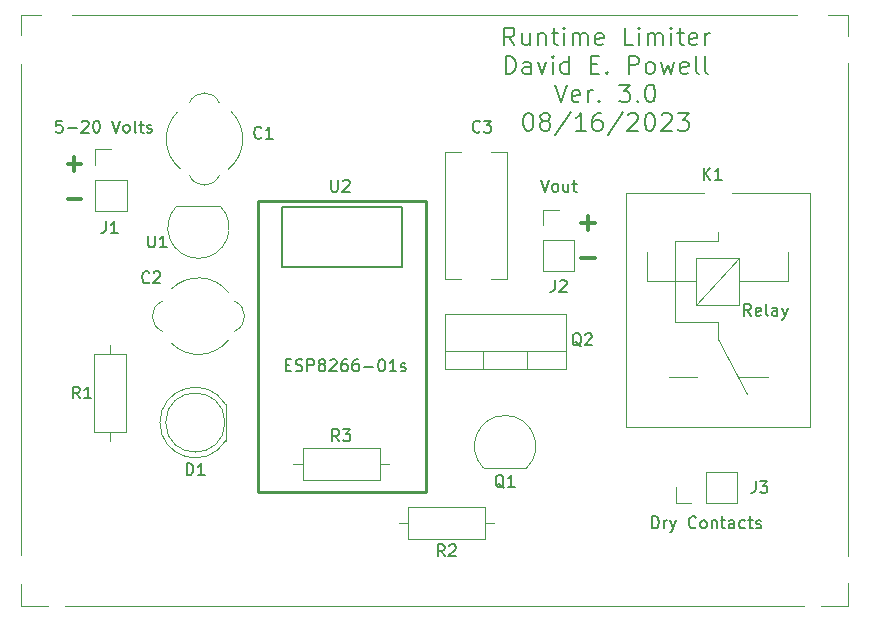
<source format=gbr>
%TF.GenerationSoftware,KiCad,Pcbnew,6.0.11-2627ca5db0~126~ubuntu20.04.1*%
%TF.CreationDate,2023-08-16T11:11:26-05:00*%
%TF.ProjectId,runLimiter,72756e4c-696d-4697-9465-722e6b696361,01*%
%TF.SameCoordinates,Original*%
%TF.FileFunction,Legend,Top*%
%TF.FilePolarity,Positive*%
%FSLAX46Y46*%
G04 Gerber Fmt 4.6, Leading zero omitted, Abs format (unit mm)*
G04 Created by KiCad (PCBNEW 6.0.11-2627ca5db0~126~ubuntu20.04.1) date 2023-08-16 11:11:26*
%MOMM*%
%LPD*%
G01*
G04 APERTURE LIST*
%TA.AperFunction,Profile*%
%ADD10C,0.100000*%
%TD*%
%ADD11C,0.300000*%
%ADD12C,0.200000*%
%ADD13C,0.150000*%
%ADD14C,0.120000*%
%ADD15C,0.254000*%
%ADD16C,0.152400*%
%ADD17C,1.600000*%
%ADD18O,1.600000X1.600000*%
%ADD19C,6.400000*%
%ADD20R,1.700000X1.700000*%
%ADD21O,1.700000X1.700000*%
%ADD22C,3.000000*%
%ADD23C,2.500000*%
%ADD24C,2.000000*%
%ADD25R,1.050000X1.500000*%
%ADD26O,1.050000X1.500000*%
%ADD27R,1.905000X2.000000*%
%ADD28O,1.905000X2.000000*%
%ADD29R,1.800000X1.800000*%
%ADD30C,1.800000*%
%ADD31R,1.727200X1.727200*%
%ADD32O,1.727200X1.727200*%
G04 APERTURE END LIST*
D10*
X0Y0D02*
X70000000Y0D01*
X70000000Y0D02*
X70000000Y-50000000D01*
X70000000Y-50000000D02*
X0Y-50000000D01*
X0Y-50000000D02*
X0Y0D01*
D11*
X47428571Y-17607142D02*
X48571428Y-17607142D01*
X48000000Y-18178571D02*
X48000000Y-17035714D01*
X3928571Y-15607142D02*
X5071428Y-15607142D01*
D12*
X41750000Y-2556071D02*
X41250000Y-1841785D01*
X40892857Y-2556071D02*
X40892857Y-1056071D01*
X41464285Y-1056071D01*
X41607142Y-1127500D01*
X41678571Y-1198928D01*
X41750000Y-1341785D01*
X41750000Y-1556071D01*
X41678571Y-1698928D01*
X41607142Y-1770357D01*
X41464285Y-1841785D01*
X40892857Y-1841785D01*
X43035714Y-1556071D02*
X43035714Y-2556071D01*
X42392857Y-1556071D02*
X42392857Y-2341785D01*
X42464285Y-2484642D01*
X42607142Y-2556071D01*
X42821428Y-2556071D01*
X42964285Y-2484642D01*
X43035714Y-2413214D01*
X43750000Y-1556071D02*
X43750000Y-2556071D01*
X43750000Y-1698928D02*
X43821428Y-1627500D01*
X43964285Y-1556071D01*
X44178571Y-1556071D01*
X44321428Y-1627500D01*
X44392857Y-1770357D01*
X44392857Y-2556071D01*
X44892857Y-1556071D02*
X45464285Y-1556071D01*
X45107142Y-1056071D02*
X45107142Y-2341785D01*
X45178571Y-2484642D01*
X45321428Y-2556071D01*
X45464285Y-2556071D01*
X45964285Y-2556071D02*
X45964285Y-1556071D01*
X45964285Y-1056071D02*
X45892857Y-1127500D01*
X45964285Y-1198928D01*
X46035714Y-1127500D01*
X45964285Y-1056071D01*
X45964285Y-1198928D01*
X46678571Y-2556071D02*
X46678571Y-1556071D01*
X46678571Y-1698928D02*
X46750000Y-1627500D01*
X46892857Y-1556071D01*
X47107142Y-1556071D01*
X47250000Y-1627500D01*
X47321428Y-1770357D01*
X47321428Y-2556071D01*
X47321428Y-1770357D02*
X47392857Y-1627500D01*
X47535714Y-1556071D01*
X47750000Y-1556071D01*
X47892857Y-1627500D01*
X47964285Y-1770357D01*
X47964285Y-2556071D01*
X49250000Y-2484642D02*
X49107142Y-2556071D01*
X48821428Y-2556071D01*
X48678571Y-2484642D01*
X48607142Y-2341785D01*
X48607142Y-1770357D01*
X48678571Y-1627500D01*
X48821428Y-1556071D01*
X49107142Y-1556071D01*
X49250000Y-1627500D01*
X49321428Y-1770357D01*
X49321428Y-1913214D01*
X48607142Y-2056071D01*
X51821428Y-2556071D02*
X51107142Y-2556071D01*
X51107142Y-1056071D01*
X52321428Y-2556071D02*
X52321428Y-1556071D01*
X52321428Y-1056071D02*
X52250000Y-1127500D01*
X52321428Y-1198928D01*
X52392857Y-1127500D01*
X52321428Y-1056071D01*
X52321428Y-1198928D01*
X53035714Y-2556071D02*
X53035714Y-1556071D01*
X53035714Y-1698928D02*
X53107142Y-1627500D01*
X53250000Y-1556071D01*
X53464285Y-1556071D01*
X53607142Y-1627500D01*
X53678571Y-1770357D01*
X53678571Y-2556071D01*
X53678571Y-1770357D02*
X53750000Y-1627500D01*
X53892857Y-1556071D01*
X54107142Y-1556071D01*
X54250000Y-1627500D01*
X54321428Y-1770357D01*
X54321428Y-2556071D01*
X55035714Y-2556071D02*
X55035714Y-1556071D01*
X55035714Y-1056071D02*
X54964285Y-1127500D01*
X55035714Y-1198928D01*
X55107142Y-1127500D01*
X55035714Y-1056071D01*
X55035714Y-1198928D01*
X55535714Y-1556071D02*
X56107142Y-1556071D01*
X55750000Y-1056071D02*
X55750000Y-2341785D01*
X55821428Y-2484642D01*
X55964285Y-2556071D01*
X56107142Y-2556071D01*
X57178571Y-2484642D02*
X57035714Y-2556071D01*
X56750000Y-2556071D01*
X56607142Y-2484642D01*
X56535714Y-2341785D01*
X56535714Y-1770357D01*
X56607142Y-1627500D01*
X56750000Y-1556071D01*
X57035714Y-1556071D01*
X57178571Y-1627500D01*
X57250000Y-1770357D01*
X57250000Y-1913214D01*
X56535714Y-2056071D01*
X57892857Y-2556071D02*
X57892857Y-1556071D01*
X57892857Y-1841785D02*
X57964285Y-1698928D01*
X58035714Y-1627500D01*
X58178571Y-1556071D01*
X58321428Y-1556071D01*
X41000000Y-4971071D02*
X41000000Y-3471071D01*
X41357142Y-3471071D01*
X41571428Y-3542500D01*
X41714285Y-3685357D01*
X41785714Y-3828214D01*
X41857142Y-4113928D01*
X41857142Y-4328214D01*
X41785714Y-4613928D01*
X41714285Y-4756785D01*
X41571428Y-4899642D01*
X41357142Y-4971071D01*
X41000000Y-4971071D01*
X43142857Y-4971071D02*
X43142857Y-4185357D01*
X43071428Y-4042500D01*
X42928571Y-3971071D01*
X42642857Y-3971071D01*
X42500000Y-4042500D01*
X43142857Y-4899642D02*
X43000000Y-4971071D01*
X42642857Y-4971071D01*
X42500000Y-4899642D01*
X42428571Y-4756785D01*
X42428571Y-4613928D01*
X42500000Y-4471071D01*
X42642857Y-4399642D01*
X43000000Y-4399642D01*
X43142857Y-4328214D01*
X43714285Y-3971071D02*
X44071428Y-4971071D01*
X44428571Y-3971071D01*
X45000000Y-4971071D02*
X45000000Y-3971071D01*
X45000000Y-3471071D02*
X44928571Y-3542500D01*
X45000000Y-3613928D01*
X45071428Y-3542500D01*
X45000000Y-3471071D01*
X45000000Y-3613928D01*
X46357142Y-4971071D02*
X46357142Y-3471071D01*
X46357142Y-4899642D02*
X46214285Y-4971071D01*
X45928571Y-4971071D01*
X45785714Y-4899642D01*
X45714285Y-4828214D01*
X45642857Y-4685357D01*
X45642857Y-4256785D01*
X45714285Y-4113928D01*
X45785714Y-4042500D01*
X45928571Y-3971071D01*
X46214285Y-3971071D01*
X46357142Y-4042500D01*
X48214285Y-4185357D02*
X48714285Y-4185357D01*
X48928571Y-4971071D02*
X48214285Y-4971071D01*
X48214285Y-3471071D01*
X48928571Y-3471071D01*
X49571428Y-4828214D02*
X49642857Y-4899642D01*
X49571428Y-4971071D01*
X49500000Y-4899642D01*
X49571428Y-4828214D01*
X49571428Y-4971071D01*
X51428571Y-4971071D02*
X51428571Y-3471071D01*
X52000000Y-3471071D01*
X52142857Y-3542500D01*
X52214285Y-3613928D01*
X52285714Y-3756785D01*
X52285714Y-3971071D01*
X52214285Y-4113928D01*
X52142857Y-4185357D01*
X52000000Y-4256785D01*
X51428571Y-4256785D01*
X53142857Y-4971071D02*
X53000000Y-4899642D01*
X52928571Y-4828214D01*
X52857142Y-4685357D01*
X52857142Y-4256785D01*
X52928571Y-4113928D01*
X53000000Y-4042500D01*
X53142857Y-3971071D01*
X53357142Y-3971071D01*
X53500000Y-4042500D01*
X53571428Y-4113928D01*
X53642857Y-4256785D01*
X53642857Y-4685357D01*
X53571428Y-4828214D01*
X53500000Y-4899642D01*
X53357142Y-4971071D01*
X53142857Y-4971071D01*
X54142857Y-3971071D02*
X54428571Y-4971071D01*
X54714285Y-4256785D01*
X55000000Y-4971071D01*
X55285714Y-3971071D01*
X56428571Y-4899642D02*
X56285714Y-4971071D01*
X56000000Y-4971071D01*
X55857142Y-4899642D01*
X55785714Y-4756785D01*
X55785714Y-4185357D01*
X55857142Y-4042500D01*
X56000000Y-3971071D01*
X56285714Y-3971071D01*
X56428571Y-4042500D01*
X56500000Y-4185357D01*
X56500000Y-4328214D01*
X55785714Y-4471071D01*
X57357142Y-4971071D02*
X57214285Y-4899642D01*
X57142857Y-4756785D01*
X57142857Y-3471071D01*
X58142857Y-4971071D02*
X58000000Y-4899642D01*
X57928571Y-4756785D01*
X57928571Y-3471071D01*
X45178571Y-5886071D02*
X45678571Y-7386071D01*
X46178571Y-5886071D01*
X47250000Y-7314642D02*
X47107142Y-7386071D01*
X46821428Y-7386071D01*
X46678571Y-7314642D01*
X46607142Y-7171785D01*
X46607142Y-6600357D01*
X46678571Y-6457500D01*
X46821428Y-6386071D01*
X47107142Y-6386071D01*
X47250000Y-6457500D01*
X47321428Y-6600357D01*
X47321428Y-6743214D01*
X46607142Y-6886071D01*
X47964285Y-7386071D02*
X47964285Y-6386071D01*
X47964285Y-6671785D02*
X48035714Y-6528928D01*
X48107142Y-6457500D01*
X48250000Y-6386071D01*
X48392857Y-6386071D01*
X48892857Y-7243214D02*
X48964285Y-7314642D01*
X48892857Y-7386071D01*
X48821428Y-7314642D01*
X48892857Y-7243214D01*
X48892857Y-7386071D01*
X50607142Y-5886071D02*
X51535714Y-5886071D01*
X51035714Y-6457500D01*
X51250000Y-6457500D01*
X51392857Y-6528928D01*
X51464285Y-6600357D01*
X51535714Y-6743214D01*
X51535714Y-7100357D01*
X51464285Y-7243214D01*
X51392857Y-7314642D01*
X51250000Y-7386071D01*
X50821428Y-7386071D01*
X50678571Y-7314642D01*
X50607142Y-7243214D01*
X52178571Y-7243214D02*
X52250000Y-7314642D01*
X52178571Y-7386071D01*
X52107142Y-7314642D01*
X52178571Y-7243214D01*
X52178571Y-7386071D01*
X53178571Y-5886071D02*
X53321428Y-5886071D01*
X53464285Y-5957500D01*
X53535714Y-6028928D01*
X53607142Y-6171785D01*
X53678571Y-6457500D01*
X53678571Y-6814642D01*
X53607142Y-7100357D01*
X53535714Y-7243214D01*
X53464285Y-7314642D01*
X53321428Y-7386071D01*
X53178571Y-7386071D01*
X53035714Y-7314642D01*
X52964285Y-7243214D01*
X52892857Y-7100357D01*
X52821428Y-6814642D01*
X52821428Y-6457500D01*
X52892857Y-6171785D01*
X52964285Y-6028928D01*
X53035714Y-5957500D01*
X53178571Y-5886071D01*
X42857142Y-8301071D02*
X43000000Y-8301071D01*
X43142857Y-8372500D01*
X43214285Y-8443928D01*
X43285714Y-8586785D01*
X43357142Y-8872500D01*
X43357142Y-9229642D01*
X43285714Y-9515357D01*
X43214285Y-9658214D01*
X43142857Y-9729642D01*
X43000000Y-9801071D01*
X42857142Y-9801071D01*
X42714285Y-9729642D01*
X42642857Y-9658214D01*
X42571428Y-9515357D01*
X42500000Y-9229642D01*
X42500000Y-8872500D01*
X42571428Y-8586785D01*
X42642857Y-8443928D01*
X42714285Y-8372500D01*
X42857142Y-8301071D01*
X44214285Y-8943928D02*
X44071428Y-8872500D01*
X44000000Y-8801071D01*
X43928571Y-8658214D01*
X43928571Y-8586785D01*
X44000000Y-8443928D01*
X44071428Y-8372500D01*
X44214285Y-8301071D01*
X44500000Y-8301071D01*
X44642857Y-8372500D01*
X44714285Y-8443928D01*
X44785714Y-8586785D01*
X44785714Y-8658214D01*
X44714285Y-8801071D01*
X44642857Y-8872500D01*
X44500000Y-8943928D01*
X44214285Y-8943928D01*
X44071428Y-9015357D01*
X44000000Y-9086785D01*
X43928571Y-9229642D01*
X43928571Y-9515357D01*
X44000000Y-9658214D01*
X44071428Y-9729642D01*
X44214285Y-9801071D01*
X44500000Y-9801071D01*
X44642857Y-9729642D01*
X44714285Y-9658214D01*
X44785714Y-9515357D01*
X44785714Y-9229642D01*
X44714285Y-9086785D01*
X44642857Y-9015357D01*
X44500000Y-8943928D01*
X46500000Y-8229642D02*
X45214285Y-10158214D01*
X47785714Y-9801071D02*
X46928571Y-9801071D01*
X47357142Y-9801071D02*
X47357142Y-8301071D01*
X47214285Y-8515357D01*
X47071428Y-8658214D01*
X46928571Y-8729642D01*
X49071428Y-8301071D02*
X48785714Y-8301071D01*
X48642857Y-8372500D01*
X48571428Y-8443928D01*
X48428571Y-8658214D01*
X48357142Y-8943928D01*
X48357142Y-9515357D01*
X48428571Y-9658214D01*
X48500000Y-9729642D01*
X48642857Y-9801071D01*
X48928571Y-9801071D01*
X49071428Y-9729642D01*
X49142857Y-9658214D01*
X49214285Y-9515357D01*
X49214285Y-9158214D01*
X49142857Y-9015357D01*
X49071428Y-8943928D01*
X48928571Y-8872500D01*
X48642857Y-8872500D01*
X48500000Y-8943928D01*
X48428571Y-9015357D01*
X48357142Y-9158214D01*
X50928571Y-8229642D02*
X49642857Y-10158214D01*
X51357142Y-8443928D02*
X51428571Y-8372500D01*
X51571428Y-8301071D01*
X51928571Y-8301071D01*
X52071428Y-8372500D01*
X52142857Y-8443928D01*
X52214285Y-8586785D01*
X52214285Y-8729642D01*
X52142857Y-8943928D01*
X51285714Y-9801071D01*
X52214285Y-9801071D01*
X53142857Y-8301071D02*
X53285714Y-8301071D01*
X53428571Y-8372500D01*
X53500000Y-8443928D01*
X53571428Y-8586785D01*
X53642857Y-8872500D01*
X53642857Y-9229642D01*
X53571428Y-9515357D01*
X53500000Y-9658214D01*
X53428571Y-9729642D01*
X53285714Y-9801071D01*
X53142857Y-9801071D01*
X53000000Y-9729642D01*
X52928571Y-9658214D01*
X52857142Y-9515357D01*
X52785714Y-9229642D01*
X52785714Y-8872500D01*
X52857142Y-8586785D01*
X52928571Y-8443928D01*
X53000000Y-8372500D01*
X53142857Y-8301071D01*
X54214285Y-8443928D02*
X54285714Y-8372500D01*
X54428571Y-8301071D01*
X54785714Y-8301071D01*
X54928571Y-8372500D01*
X55000000Y-8443928D01*
X55071428Y-8586785D01*
X55071428Y-8729642D01*
X55000000Y-8943928D01*
X54142857Y-9801071D01*
X55071428Y-9801071D01*
X55571428Y-8301071D02*
X56500000Y-8301071D01*
X56000000Y-8872500D01*
X56214285Y-8872500D01*
X56357142Y-8943928D01*
X56428571Y-9015357D01*
X56500000Y-9158214D01*
X56500000Y-9515357D01*
X56428571Y-9658214D01*
X56357142Y-9729642D01*
X56214285Y-9801071D01*
X55785714Y-9801071D01*
X55642857Y-9729642D01*
X55571428Y-9658214D01*
D11*
X3928571Y-12607142D02*
X5071428Y-12607142D01*
X4500000Y-13178571D02*
X4500000Y-12035714D01*
X47428571Y-20607142D02*
X48571428Y-20607142D01*
D13*
%TO.C,R3*%
X26913333Y-36082380D02*
X26580000Y-35606190D01*
X26341904Y-36082380D02*
X26341904Y-35082380D01*
X26722857Y-35082380D01*
X26818095Y-35130000D01*
X26865714Y-35177619D01*
X26913333Y-35272857D01*
X26913333Y-35415714D01*
X26865714Y-35510952D01*
X26818095Y-35558571D01*
X26722857Y-35606190D01*
X26341904Y-35606190D01*
X27246666Y-35082380D02*
X27865714Y-35082380D01*
X27532380Y-35463333D01*
X27675238Y-35463333D01*
X27770476Y-35510952D01*
X27818095Y-35558571D01*
X27865714Y-35653809D01*
X27865714Y-35891904D01*
X27818095Y-35987142D01*
X27770476Y-36034761D01*
X27675238Y-36082380D01*
X27389523Y-36082380D01*
X27294285Y-36034761D01*
X27246666Y-35987142D01*
%TO.C,J3*%
X62166666Y-39452380D02*
X62166666Y-40166666D01*
X62119047Y-40309523D01*
X62023809Y-40404761D01*
X61880952Y-40452380D01*
X61785714Y-40452380D01*
X62547619Y-39452380D02*
X63166666Y-39452380D01*
X62833333Y-39833333D01*
X62976190Y-39833333D01*
X63071428Y-39880952D01*
X63119047Y-39928571D01*
X63166666Y-40023809D01*
X63166666Y-40261904D01*
X63119047Y-40357142D01*
X63071428Y-40404761D01*
X62976190Y-40452380D01*
X62690476Y-40452380D01*
X62595238Y-40404761D01*
X62547619Y-40357142D01*
X53404761Y-43452380D02*
X53404761Y-42452380D01*
X53642857Y-42452380D01*
X53785714Y-42500000D01*
X53880952Y-42595238D01*
X53928571Y-42690476D01*
X53976190Y-42880952D01*
X53976190Y-43023809D01*
X53928571Y-43214285D01*
X53880952Y-43309523D01*
X53785714Y-43404761D01*
X53642857Y-43452380D01*
X53404761Y-43452380D01*
X54404761Y-43452380D02*
X54404761Y-42785714D01*
X54404761Y-42976190D02*
X54452380Y-42880952D01*
X54500000Y-42833333D01*
X54595238Y-42785714D01*
X54690476Y-42785714D01*
X54928571Y-42785714D02*
X55166666Y-43452380D01*
X55404761Y-42785714D02*
X55166666Y-43452380D01*
X55071428Y-43690476D01*
X55023809Y-43738095D01*
X54928571Y-43785714D01*
X57119047Y-43357142D02*
X57071428Y-43404761D01*
X56928571Y-43452380D01*
X56833333Y-43452380D01*
X56690476Y-43404761D01*
X56595238Y-43309523D01*
X56547619Y-43214285D01*
X56500000Y-43023809D01*
X56500000Y-42880952D01*
X56547619Y-42690476D01*
X56595238Y-42595238D01*
X56690476Y-42500000D01*
X56833333Y-42452380D01*
X56928571Y-42452380D01*
X57071428Y-42500000D01*
X57119047Y-42547619D01*
X57690476Y-43452380D02*
X57595238Y-43404761D01*
X57547619Y-43357142D01*
X57500000Y-43261904D01*
X57500000Y-42976190D01*
X57547619Y-42880952D01*
X57595238Y-42833333D01*
X57690476Y-42785714D01*
X57833333Y-42785714D01*
X57928571Y-42833333D01*
X57976190Y-42880952D01*
X58023809Y-42976190D01*
X58023809Y-43261904D01*
X57976190Y-43357142D01*
X57928571Y-43404761D01*
X57833333Y-43452380D01*
X57690476Y-43452380D01*
X58452380Y-42785714D02*
X58452380Y-43452380D01*
X58452380Y-42880952D02*
X58500000Y-42833333D01*
X58595238Y-42785714D01*
X58738095Y-42785714D01*
X58833333Y-42833333D01*
X58880952Y-42928571D01*
X58880952Y-43452380D01*
X59214285Y-42785714D02*
X59595238Y-42785714D01*
X59357142Y-42452380D02*
X59357142Y-43309523D01*
X59404761Y-43404761D01*
X59500000Y-43452380D01*
X59595238Y-43452380D01*
X60357142Y-43452380D02*
X60357142Y-42928571D01*
X60309523Y-42833333D01*
X60214285Y-42785714D01*
X60023809Y-42785714D01*
X59928571Y-42833333D01*
X60357142Y-43404761D02*
X60261904Y-43452380D01*
X60023809Y-43452380D01*
X59928571Y-43404761D01*
X59880952Y-43309523D01*
X59880952Y-43214285D01*
X59928571Y-43119047D01*
X60023809Y-43071428D01*
X60261904Y-43071428D01*
X60357142Y-43023809D01*
X61261904Y-43404761D02*
X61166666Y-43452380D01*
X60976190Y-43452380D01*
X60880952Y-43404761D01*
X60833333Y-43357142D01*
X60785714Y-43261904D01*
X60785714Y-42976190D01*
X60833333Y-42880952D01*
X60880952Y-42833333D01*
X60976190Y-42785714D01*
X61166666Y-42785714D01*
X61261904Y-42833333D01*
X61547619Y-42785714D02*
X61928571Y-42785714D01*
X61690476Y-42452380D02*
X61690476Y-43309523D01*
X61738095Y-43404761D01*
X61833333Y-43452380D01*
X61928571Y-43452380D01*
X62214285Y-43404761D02*
X62309523Y-43452380D01*
X62500000Y-43452380D01*
X62595238Y-43404761D01*
X62642857Y-43309523D01*
X62642857Y-43261904D01*
X62595238Y-43166666D01*
X62500000Y-43119047D01*
X62357142Y-43119047D01*
X62261904Y-43071428D01*
X62214285Y-42976190D01*
X62214285Y-42928571D01*
X62261904Y-42833333D01*
X62357142Y-42785714D01*
X62500000Y-42785714D01*
X62595238Y-42833333D01*
%TO.C,K1*%
X57761904Y-13952380D02*
X57761904Y-12952380D01*
X58333333Y-13952380D02*
X57904761Y-13380952D01*
X58333333Y-12952380D02*
X57761904Y-13523809D01*
X59285714Y-13952380D02*
X58714285Y-13952380D01*
X59000000Y-13952380D02*
X59000000Y-12952380D01*
X58904761Y-13095238D01*
X58809523Y-13190476D01*
X58714285Y-13238095D01*
X61785714Y-25452380D02*
X61452380Y-24976190D01*
X61214285Y-25452380D02*
X61214285Y-24452380D01*
X61595238Y-24452380D01*
X61690476Y-24500000D01*
X61738095Y-24547619D01*
X61785714Y-24642857D01*
X61785714Y-24785714D01*
X61738095Y-24880952D01*
X61690476Y-24928571D01*
X61595238Y-24976190D01*
X61214285Y-24976190D01*
X62595238Y-25404761D02*
X62500000Y-25452380D01*
X62309523Y-25452380D01*
X62214285Y-25404761D01*
X62166666Y-25309523D01*
X62166666Y-24928571D01*
X62214285Y-24833333D01*
X62309523Y-24785714D01*
X62500000Y-24785714D01*
X62595238Y-24833333D01*
X62642857Y-24928571D01*
X62642857Y-25023809D01*
X62166666Y-25119047D01*
X63214285Y-25452380D02*
X63119047Y-25404761D01*
X63071428Y-25309523D01*
X63071428Y-24452380D01*
X64023809Y-25452380D02*
X64023809Y-24928571D01*
X63976190Y-24833333D01*
X63880952Y-24785714D01*
X63690476Y-24785714D01*
X63595238Y-24833333D01*
X64023809Y-25404761D02*
X63928571Y-25452380D01*
X63690476Y-25452380D01*
X63595238Y-25404761D01*
X63547619Y-25309523D01*
X63547619Y-25214285D01*
X63595238Y-25119047D01*
X63690476Y-25071428D01*
X63928571Y-25071428D01*
X64023809Y-25023809D01*
X64404761Y-24785714D02*
X64642857Y-25452380D01*
X64880952Y-24785714D02*
X64642857Y-25452380D01*
X64547619Y-25690476D01*
X64500000Y-25738095D01*
X64404761Y-25785714D01*
%TO.C,J1*%
X7166666Y-17452380D02*
X7166666Y-18166666D01*
X7119047Y-18309523D01*
X7023809Y-18404761D01*
X6880952Y-18452380D01*
X6785714Y-18452380D01*
X8166666Y-18452380D02*
X7595238Y-18452380D01*
X7880952Y-18452380D02*
X7880952Y-17452380D01*
X7785714Y-17595238D01*
X7690476Y-17690476D01*
X7595238Y-17738095D01*
X3452380Y-8952380D02*
X2976190Y-8952380D01*
X2928571Y-9428571D01*
X2976190Y-9380952D01*
X3071428Y-9333333D01*
X3309523Y-9333333D01*
X3404761Y-9380952D01*
X3452380Y-9428571D01*
X3500000Y-9523809D01*
X3500000Y-9761904D01*
X3452380Y-9857142D01*
X3404761Y-9904761D01*
X3309523Y-9952380D01*
X3071428Y-9952380D01*
X2976190Y-9904761D01*
X2928571Y-9857142D01*
X3928571Y-9571428D02*
X4690476Y-9571428D01*
X5119047Y-9047619D02*
X5166666Y-9000000D01*
X5261904Y-8952380D01*
X5500000Y-8952380D01*
X5595238Y-9000000D01*
X5642857Y-9047619D01*
X5690476Y-9142857D01*
X5690476Y-9238095D01*
X5642857Y-9380952D01*
X5071428Y-9952380D01*
X5690476Y-9952380D01*
X6309523Y-8952380D02*
X6404761Y-8952380D01*
X6500000Y-9000000D01*
X6547619Y-9047619D01*
X6595238Y-9142857D01*
X6642857Y-9333333D01*
X6642857Y-9571428D01*
X6595238Y-9761904D01*
X6547619Y-9857142D01*
X6500000Y-9904761D01*
X6404761Y-9952380D01*
X6309523Y-9952380D01*
X6214285Y-9904761D01*
X6166666Y-9857142D01*
X6119047Y-9761904D01*
X6071428Y-9571428D01*
X6071428Y-9333333D01*
X6119047Y-9142857D01*
X6166666Y-9047619D01*
X6214285Y-9000000D01*
X6309523Y-8952380D01*
X7690476Y-8952380D02*
X8023809Y-9952380D01*
X8357142Y-8952380D01*
X8833333Y-9952380D02*
X8738095Y-9904761D01*
X8690476Y-9857142D01*
X8642857Y-9761904D01*
X8642857Y-9476190D01*
X8690476Y-9380952D01*
X8738095Y-9333333D01*
X8833333Y-9285714D01*
X8976190Y-9285714D01*
X9071428Y-9333333D01*
X9119047Y-9380952D01*
X9166666Y-9476190D01*
X9166666Y-9761904D01*
X9119047Y-9857142D01*
X9071428Y-9904761D01*
X8976190Y-9952380D01*
X8833333Y-9952380D01*
X9738095Y-9952380D02*
X9642857Y-9904761D01*
X9595238Y-9809523D01*
X9595238Y-8952380D01*
X9976190Y-9285714D02*
X10357142Y-9285714D01*
X10119047Y-8952380D02*
X10119047Y-9809523D01*
X10166666Y-9904761D01*
X10261904Y-9952380D01*
X10357142Y-9952380D01*
X10642857Y-9904761D02*
X10738095Y-9952380D01*
X10928571Y-9952380D01*
X11023809Y-9904761D01*
X11071428Y-9809523D01*
X11071428Y-9761904D01*
X11023809Y-9666666D01*
X10928571Y-9619047D01*
X10785714Y-9619047D01*
X10690476Y-9571428D01*
X10642857Y-9476190D01*
X10642857Y-9428571D01*
X10690476Y-9333333D01*
X10785714Y-9285714D01*
X10928571Y-9285714D01*
X11023809Y-9333333D01*
%TO.C,J2*%
X45166666Y-22452380D02*
X45166666Y-23166666D01*
X45119047Y-23309523D01*
X45023809Y-23404761D01*
X44880952Y-23452380D01*
X44785714Y-23452380D01*
X45595238Y-22547619D02*
X45642857Y-22500000D01*
X45738095Y-22452380D01*
X45976190Y-22452380D01*
X46071428Y-22500000D01*
X46119047Y-22547619D01*
X46166666Y-22642857D01*
X46166666Y-22738095D01*
X46119047Y-22880952D01*
X45547619Y-23452380D01*
X46166666Y-23452380D01*
X43976190Y-13952380D02*
X44309523Y-14952380D01*
X44642857Y-13952380D01*
X45119047Y-14952380D02*
X45023809Y-14904761D01*
X44976190Y-14857142D01*
X44928571Y-14761904D01*
X44928571Y-14476190D01*
X44976190Y-14380952D01*
X45023809Y-14333333D01*
X45119047Y-14285714D01*
X45261904Y-14285714D01*
X45357142Y-14333333D01*
X45404761Y-14380952D01*
X45452380Y-14476190D01*
X45452380Y-14761904D01*
X45404761Y-14857142D01*
X45357142Y-14904761D01*
X45261904Y-14952380D01*
X45119047Y-14952380D01*
X46309523Y-14285714D02*
X46309523Y-14952380D01*
X45880952Y-14285714D02*
X45880952Y-14809523D01*
X45928571Y-14904761D01*
X46023809Y-14952380D01*
X46166666Y-14952380D01*
X46261904Y-14904761D01*
X46309523Y-14857142D01*
X46642857Y-14285714D02*
X47023809Y-14285714D01*
X46785714Y-13952380D02*
X46785714Y-14809523D01*
X46833333Y-14904761D01*
X46928571Y-14952380D01*
X47023809Y-14952380D01*
%TO.C,C2*%
X10833333Y-22609332D02*
X10785714Y-22656951D01*
X10642857Y-22704570D01*
X10547619Y-22704570D01*
X10404761Y-22656951D01*
X10309523Y-22561713D01*
X10261904Y-22466475D01*
X10214285Y-22275999D01*
X10214285Y-22133142D01*
X10261904Y-21942666D01*
X10309523Y-21847428D01*
X10404761Y-21752190D01*
X10547619Y-21704570D01*
X10642857Y-21704570D01*
X10785714Y-21752190D01*
X10833333Y-21799809D01*
X11214285Y-21799809D02*
X11261904Y-21752190D01*
X11357142Y-21704570D01*
X11595238Y-21704570D01*
X11690476Y-21752190D01*
X11738095Y-21799809D01*
X11785714Y-21895047D01*
X11785714Y-21990285D01*
X11738095Y-22133142D01*
X11166666Y-22704570D01*
X11785714Y-22704570D01*
%TO.C,R1*%
X4963333Y-32452380D02*
X4630000Y-31976190D01*
X4391904Y-32452380D02*
X4391904Y-31452380D01*
X4772857Y-31452380D01*
X4868095Y-31500000D01*
X4915714Y-31547619D01*
X4963333Y-31642857D01*
X4963333Y-31785714D01*
X4915714Y-31880952D01*
X4868095Y-31928571D01*
X4772857Y-31976190D01*
X4391904Y-31976190D01*
X5915714Y-32452380D02*
X5344285Y-32452380D01*
X5630000Y-32452380D02*
X5630000Y-31452380D01*
X5534761Y-31595238D01*
X5439523Y-31690476D01*
X5344285Y-31738095D01*
%TO.C,U1*%
X10738095Y-18672380D02*
X10738095Y-19481904D01*
X10785714Y-19577142D01*
X10833333Y-19624761D01*
X10928571Y-19672380D01*
X11119047Y-19672380D01*
X11214285Y-19624761D01*
X11261904Y-19577142D01*
X11309523Y-19481904D01*
X11309523Y-18672380D01*
X12309523Y-19672380D02*
X11738095Y-19672380D01*
X12023809Y-19672380D02*
X12023809Y-18672380D01*
X11928571Y-18815238D01*
X11833333Y-18910476D01*
X11738095Y-18958095D01*
%TO.C,R2*%
X35833333Y-45822380D02*
X35500000Y-45346190D01*
X35261904Y-45822380D02*
X35261904Y-44822380D01*
X35642857Y-44822380D01*
X35738095Y-44870000D01*
X35785714Y-44917619D01*
X35833333Y-45012857D01*
X35833333Y-45155714D01*
X35785714Y-45250952D01*
X35738095Y-45298571D01*
X35642857Y-45346190D01*
X35261904Y-45346190D01*
X36214285Y-44917619D02*
X36261904Y-44870000D01*
X36357142Y-44822380D01*
X36595238Y-44822380D01*
X36690476Y-44870000D01*
X36738095Y-44917619D01*
X36785714Y-45012857D01*
X36785714Y-45108095D01*
X36738095Y-45250952D01*
X36166666Y-45822380D01*
X36785714Y-45822380D01*
%TO.C,Q2*%
X47404761Y-28047619D02*
X47309523Y-28000000D01*
X47214285Y-27904761D01*
X47071428Y-27761904D01*
X46976190Y-27714285D01*
X46880952Y-27714285D01*
X46928571Y-27952380D02*
X46833333Y-27904761D01*
X46738095Y-27809523D01*
X46690476Y-27619047D01*
X46690476Y-27285714D01*
X46738095Y-27095238D01*
X46833333Y-27000000D01*
X46928571Y-26952380D01*
X47119047Y-26952380D01*
X47214285Y-27000000D01*
X47309523Y-27095238D01*
X47357142Y-27285714D01*
X47357142Y-27619047D01*
X47309523Y-27809523D01*
X47214285Y-27904761D01*
X47119047Y-27952380D01*
X46928571Y-27952380D01*
X47738095Y-27047619D02*
X47785714Y-27000000D01*
X47880952Y-26952380D01*
X48119047Y-26952380D01*
X48214285Y-27000000D01*
X48261904Y-27047619D01*
X48309523Y-27142857D01*
X48309523Y-27238095D01*
X48261904Y-27380952D01*
X47690476Y-27952380D01*
X48309523Y-27952380D01*
%TO.C,D1*%
X13991904Y-38952380D02*
X13991904Y-37952380D01*
X14230000Y-37952380D01*
X14372857Y-38000000D01*
X14468095Y-38095238D01*
X14515714Y-38190476D01*
X14563333Y-38380952D01*
X14563333Y-38523809D01*
X14515714Y-38714285D01*
X14468095Y-38809523D01*
X14372857Y-38904761D01*
X14230000Y-38952380D01*
X13991904Y-38952380D01*
X15515714Y-38952380D02*
X14944285Y-38952380D01*
X15230000Y-38952380D02*
X15230000Y-37952380D01*
X15134761Y-38095238D01*
X15039523Y-38190476D01*
X14944285Y-38238095D01*
%TO.C,C3*%
X38833333Y-9857142D02*
X38785714Y-9904761D01*
X38642857Y-9952380D01*
X38547619Y-9952380D01*
X38404761Y-9904761D01*
X38309523Y-9809523D01*
X38261904Y-9714285D01*
X38214285Y-9523809D01*
X38214285Y-9380952D01*
X38261904Y-9190476D01*
X38309523Y-9095238D01*
X38404761Y-9000000D01*
X38547619Y-8952380D01*
X38642857Y-8952380D01*
X38785714Y-9000000D01*
X38833333Y-9047619D01*
X39166666Y-8952380D02*
X39785714Y-8952380D01*
X39452380Y-9333333D01*
X39595238Y-9333333D01*
X39690476Y-9380952D01*
X39738095Y-9428571D01*
X39785714Y-9523809D01*
X39785714Y-9761904D01*
X39738095Y-9857142D01*
X39690476Y-9904761D01*
X39595238Y-9952380D01*
X39309523Y-9952380D01*
X39214285Y-9904761D01*
X39166666Y-9857142D01*
%TO.C,U2*%
X26238095Y-13952380D02*
X26238095Y-14761904D01*
X26285714Y-14857142D01*
X26333333Y-14904761D01*
X26428571Y-14952380D01*
X26619047Y-14952380D01*
X26714285Y-14904761D01*
X26761904Y-14857142D01*
X26809523Y-14761904D01*
X26809523Y-13952380D01*
X27238095Y-14047619D02*
X27285714Y-14000000D01*
X27380952Y-13952380D01*
X27619047Y-13952380D01*
X27714285Y-14000000D01*
X27761904Y-14047619D01*
X27809523Y-14142857D01*
X27809523Y-14238095D01*
X27761904Y-14380952D01*
X27190476Y-14952380D01*
X27809523Y-14952380D01*
X22372571Y-29620571D02*
X22705904Y-29620571D01*
X22848761Y-30144380D02*
X22372571Y-30144380D01*
X22372571Y-29144380D01*
X22848761Y-29144380D01*
X23229714Y-30096761D02*
X23372571Y-30144380D01*
X23610666Y-30144380D01*
X23705904Y-30096761D01*
X23753523Y-30049142D01*
X23801142Y-29953904D01*
X23801142Y-29858666D01*
X23753523Y-29763428D01*
X23705904Y-29715809D01*
X23610666Y-29668190D01*
X23420190Y-29620571D01*
X23324952Y-29572952D01*
X23277333Y-29525333D01*
X23229714Y-29430095D01*
X23229714Y-29334857D01*
X23277333Y-29239619D01*
X23324952Y-29192000D01*
X23420190Y-29144380D01*
X23658285Y-29144380D01*
X23801142Y-29192000D01*
X24229714Y-30144380D02*
X24229714Y-29144380D01*
X24610666Y-29144380D01*
X24705904Y-29192000D01*
X24753523Y-29239619D01*
X24801142Y-29334857D01*
X24801142Y-29477714D01*
X24753523Y-29572952D01*
X24705904Y-29620571D01*
X24610666Y-29668190D01*
X24229714Y-29668190D01*
X25372571Y-29572952D02*
X25277333Y-29525333D01*
X25229714Y-29477714D01*
X25182095Y-29382476D01*
X25182095Y-29334857D01*
X25229714Y-29239619D01*
X25277333Y-29192000D01*
X25372571Y-29144380D01*
X25563047Y-29144380D01*
X25658285Y-29192000D01*
X25705904Y-29239619D01*
X25753523Y-29334857D01*
X25753523Y-29382476D01*
X25705904Y-29477714D01*
X25658285Y-29525333D01*
X25563047Y-29572952D01*
X25372571Y-29572952D01*
X25277333Y-29620571D01*
X25229714Y-29668190D01*
X25182095Y-29763428D01*
X25182095Y-29953904D01*
X25229714Y-30049142D01*
X25277333Y-30096761D01*
X25372571Y-30144380D01*
X25563047Y-30144380D01*
X25658285Y-30096761D01*
X25705904Y-30049142D01*
X25753523Y-29953904D01*
X25753523Y-29763428D01*
X25705904Y-29668190D01*
X25658285Y-29620571D01*
X25563047Y-29572952D01*
X26134476Y-29239619D02*
X26182095Y-29192000D01*
X26277333Y-29144380D01*
X26515428Y-29144380D01*
X26610666Y-29192000D01*
X26658285Y-29239619D01*
X26705904Y-29334857D01*
X26705904Y-29430095D01*
X26658285Y-29572952D01*
X26086857Y-30144380D01*
X26705904Y-30144380D01*
X27563047Y-29144380D02*
X27372571Y-29144380D01*
X27277333Y-29192000D01*
X27229714Y-29239619D01*
X27134476Y-29382476D01*
X27086857Y-29572952D01*
X27086857Y-29953904D01*
X27134476Y-30049142D01*
X27182095Y-30096761D01*
X27277333Y-30144380D01*
X27467809Y-30144380D01*
X27563047Y-30096761D01*
X27610666Y-30049142D01*
X27658285Y-29953904D01*
X27658285Y-29715809D01*
X27610666Y-29620571D01*
X27563047Y-29572952D01*
X27467809Y-29525333D01*
X27277333Y-29525333D01*
X27182095Y-29572952D01*
X27134476Y-29620571D01*
X27086857Y-29715809D01*
X28515428Y-29144380D02*
X28324952Y-29144380D01*
X28229714Y-29192000D01*
X28182095Y-29239619D01*
X28086857Y-29382476D01*
X28039238Y-29572952D01*
X28039238Y-29953904D01*
X28086857Y-30049142D01*
X28134476Y-30096761D01*
X28229714Y-30144380D01*
X28420190Y-30144380D01*
X28515428Y-30096761D01*
X28563047Y-30049142D01*
X28610666Y-29953904D01*
X28610666Y-29715809D01*
X28563047Y-29620571D01*
X28515428Y-29572952D01*
X28420190Y-29525333D01*
X28229714Y-29525333D01*
X28134476Y-29572952D01*
X28086857Y-29620571D01*
X28039238Y-29715809D01*
X29039238Y-29763428D02*
X29801142Y-29763428D01*
X30467809Y-29144380D02*
X30563047Y-29144380D01*
X30658285Y-29192000D01*
X30705904Y-29239619D01*
X30753523Y-29334857D01*
X30801142Y-29525333D01*
X30801142Y-29763428D01*
X30753523Y-29953904D01*
X30705904Y-30049142D01*
X30658285Y-30096761D01*
X30563047Y-30144380D01*
X30467809Y-30144380D01*
X30372571Y-30096761D01*
X30324952Y-30049142D01*
X30277333Y-29953904D01*
X30229714Y-29763428D01*
X30229714Y-29525333D01*
X30277333Y-29334857D01*
X30324952Y-29239619D01*
X30372571Y-29192000D01*
X30467809Y-29144380D01*
X31753523Y-30144380D02*
X31182095Y-30144380D01*
X31467809Y-30144380D02*
X31467809Y-29144380D01*
X31372571Y-29287238D01*
X31277333Y-29382476D01*
X31182095Y-29430095D01*
X32134476Y-30096761D02*
X32229714Y-30144380D01*
X32420190Y-30144380D01*
X32515428Y-30096761D01*
X32563047Y-30001523D01*
X32563047Y-29953904D01*
X32515428Y-29858666D01*
X32420190Y-29811047D01*
X32277333Y-29811047D01*
X32182095Y-29763428D01*
X32134476Y-29668190D01*
X32134476Y-29620571D01*
X32182095Y-29525333D01*
X32277333Y-29477714D01*
X32420190Y-29477714D01*
X32515428Y-29525333D01*
%TO.C,Q1*%
X40864761Y-40047619D02*
X40769523Y-40000000D01*
X40674285Y-39904761D01*
X40531428Y-39761904D01*
X40436190Y-39714285D01*
X40340952Y-39714285D01*
X40388571Y-39952380D02*
X40293333Y-39904761D01*
X40198095Y-39809523D01*
X40150476Y-39619047D01*
X40150476Y-39285714D01*
X40198095Y-39095238D01*
X40293333Y-39000000D01*
X40388571Y-38952380D01*
X40579047Y-38952380D01*
X40674285Y-39000000D01*
X40769523Y-39095238D01*
X40817142Y-39285714D01*
X40817142Y-39619047D01*
X40769523Y-39809523D01*
X40674285Y-39904761D01*
X40579047Y-39952380D01*
X40388571Y-39952380D01*
X41769523Y-39952380D02*
X41198095Y-39952380D01*
X41483809Y-39952380D02*
X41483809Y-38952380D01*
X41388571Y-39095238D01*
X41293333Y-39190476D01*
X41198095Y-39238095D01*
%TO.C,C1*%
X20333333Y-10357142D02*
X20285714Y-10404761D01*
X20142857Y-10452380D01*
X20047619Y-10452380D01*
X19904761Y-10404761D01*
X19809523Y-10309523D01*
X19761904Y-10214285D01*
X19714285Y-10023809D01*
X19714285Y-9880952D01*
X19761904Y-9690476D01*
X19809523Y-9595238D01*
X19904761Y-9500000D01*
X20047619Y-9452380D01*
X20142857Y-9452380D01*
X20285714Y-9500000D01*
X20333333Y-9547619D01*
X21285714Y-10452380D02*
X20714285Y-10452380D01*
X21000000Y-10452380D02*
X21000000Y-9452380D01*
X20904761Y-9595238D01*
X20809523Y-9690476D01*
X20714285Y-9738095D01*
D14*
%TO.C,R3*%
X31120000Y-38000000D02*
X30350000Y-38000000D01*
X23040000Y-38000000D02*
X23810000Y-38000000D01*
X23810000Y-36630000D02*
X23810000Y-39370000D01*
X30350000Y-39370000D02*
X30350000Y-36630000D01*
X23810000Y-39370000D02*
X30350000Y-39370000D01*
X30350000Y-36630000D02*
X23810000Y-36630000D01*
%TO.C,J3*%
X60595000Y-41330000D02*
X60595000Y-38670000D01*
X57995000Y-41330000D02*
X60595000Y-41330000D01*
X57995000Y-41330000D02*
X57995000Y-38670000D01*
X56725000Y-41330000D02*
X55395000Y-41330000D01*
X57995000Y-38670000D02*
X60595000Y-38670000D01*
X55395000Y-41330000D02*
X55395000Y-40000000D01*
%TO.C,K1*%
X64950000Y-22550000D02*
X64950000Y-20050000D01*
X54800000Y-30650000D02*
X57250000Y-30650000D01*
X58950000Y-27450000D02*
X61450000Y-32050000D01*
X58950000Y-19150000D02*
X58950000Y-18350000D01*
X58950000Y-25950000D02*
X55350000Y-25950000D01*
X52950000Y-20050000D02*
X52950000Y-22550000D01*
X57150000Y-24550000D02*
X57150000Y-20550000D01*
X57150000Y-22550000D02*
X52950000Y-22550000D01*
X60750000Y-20550000D02*
X60750000Y-24550000D01*
X58950000Y-19150000D02*
X55350000Y-19150000D01*
X66800000Y-34900000D02*
X51200000Y-34900000D01*
X57800000Y-15100000D02*
X51200000Y-15100000D01*
X66800000Y-15100000D02*
X60200000Y-15100000D01*
X66800000Y-15100000D02*
X66800000Y-34900000D01*
X64950000Y-22550000D02*
X60750000Y-22550000D01*
X60750000Y-24550000D02*
X57150000Y-24550000D01*
X57150000Y-24550000D02*
X60750000Y-20550000D01*
X58950000Y-25950000D02*
X58950000Y-27450000D01*
X51200000Y-34900000D02*
X51200000Y-15100000D01*
X57150000Y-20550000D02*
X60750000Y-20550000D01*
X63200000Y-30650000D02*
X60700000Y-30650000D01*
X55350000Y-25950000D02*
X55350000Y-19150000D01*
%TO.C,J1*%
X8920000Y-13970000D02*
X8920000Y-16570000D01*
X6260000Y-12700000D02*
X6260000Y-11370000D01*
X6260000Y-16570000D02*
X8920000Y-16570000D01*
X6260000Y-13970000D02*
X6260000Y-16570000D01*
X6260000Y-13970000D02*
X8920000Y-13970000D01*
X6260000Y-11370000D02*
X7590000Y-11370000D01*
%TO.C,J2*%
X44170000Y-21670000D02*
X46830000Y-21670000D01*
X44170000Y-16470000D02*
X45500000Y-16470000D01*
X44170000Y-19070000D02*
X44170000Y-21670000D01*
X44170000Y-17800000D02*
X44170000Y-16470000D01*
X46830000Y-19070000D02*
X46830000Y-21670000D01*
X44170000Y-19070000D02*
X46830000Y-19070000D01*
%TO.C,C2*%
X17540000Y-23468000D02*
G75*
G03*
X12699932Y-23199932I-2540000J-2032000D01*
G01*
X12713999Y-27786001D02*
G75*
G03*
X17524465Y-27519572I2286001J2286001D01*
G01*
X11952000Y-24230000D02*
G75*
G03*
X11952000Y-26770000I508000J-1270000D01*
G01*
X18048000Y-26770000D02*
G75*
G03*
X18048000Y-24230000I-508000J1270000D01*
G01*
%TO.C,R1*%
X8870000Y-28730000D02*
X6130000Y-28730000D01*
X6130000Y-35270000D02*
X8870000Y-35270000D01*
X7500000Y-27960000D02*
X7500000Y-28730000D01*
X7500000Y-36040000D02*
X7500000Y-35270000D01*
X8870000Y-35270000D02*
X8870000Y-28730000D01*
X6130000Y-28730000D02*
X6130000Y-35270000D01*
%TO.C,U1*%
X16800000Y-16150000D02*
X13200000Y-16150000D01*
X13161522Y-16161522D02*
G75*
G03*
X15000000Y-20600000I1838478J-1838478D01*
G01*
X15000000Y-20600001D02*
G75*
G03*
X16838478Y-16161522I0J2600001D01*
G01*
%TO.C,R2*%
X40040000Y-43000000D02*
X39270000Y-43000000D01*
X31960000Y-43000000D02*
X32730000Y-43000000D01*
X32730000Y-44370000D02*
X39270000Y-44370000D01*
X32730000Y-41630000D02*
X32730000Y-44370000D01*
X39270000Y-44370000D02*
X39270000Y-41630000D01*
X39270000Y-41630000D02*
X32730000Y-41630000D01*
%TO.C,Q2*%
X46080000Y-29960000D02*
X35840000Y-29960000D01*
X46080000Y-28450000D02*
X35840000Y-28450000D01*
X35840000Y-29960000D02*
X35840000Y-25319000D01*
X46080000Y-29960000D02*
X46080000Y-25319000D01*
X42810000Y-29960000D02*
X42810000Y-28450000D01*
X46080000Y-25319000D02*
X35840000Y-25319000D01*
X39109000Y-29960000D02*
X39109000Y-28450000D01*
%TO.C,D1*%
X17290000Y-36045000D02*
X17290000Y-32955000D01*
X17290000Y-32955170D02*
G75*
G03*
X11740000Y-34500462I-2560000J-1544830D01*
G01*
X11740000Y-34499538D02*
G75*
G03*
X17290000Y-36044830I2990000J-462D01*
G01*
X17230000Y-34500000D02*
G75*
G03*
X17230000Y-34500000I-2500000J0D01*
G01*
%TO.C,C3*%
X41120000Y-11630000D02*
X39756000Y-11630000D01*
X41120000Y-11630000D02*
X41120000Y-22370000D01*
X35880000Y-11630000D02*
X35880000Y-22370000D01*
X41120000Y-22370000D02*
X39756000Y-22370000D01*
X37244000Y-22370000D02*
X35880000Y-22370000D01*
X37244000Y-11630000D02*
X35880000Y-11630000D01*
D15*
%TO.C,U2*%
X20078000Y-40360000D02*
X20078000Y-15722000D01*
D16*
X32270000Y-16230000D02*
X29730000Y-16230000D01*
D15*
X34302000Y-40360000D02*
X20078000Y-40360000D01*
D16*
X22110000Y-16230000D02*
X22110000Y-21310000D01*
D15*
X20078000Y-15722000D02*
X34302000Y-15722000D01*
X34302000Y-15722000D02*
X34302000Y-40360000D01*
D16*
X29730000Y-16230000D02*
X22110000Y-16230000D01*
X32270000Y-21310000D02*
X32270000Y-18770000D01*
X32270000Y-18770000D02*
X32270000Y-16230000D01*
X22110000Y-21310000D02*
X32270000Y-21310000D01*
D14*
%TO.C,Q1*%
X39160000Y-38351115D02*
X42760000Y-38351115D01*
X40960000Y-33901114D02*
G75*
G03*
X39121522Y-38339593I0J-2600001D01*
G01*
X42798478Y-38339593D02*
G75*
G03*
X40960000Y-33901115I-1838478J1838478D01*
G01*
%TO.C,C1*%
X14230000Y-13548000D02*
G75*
G03*
X16770000Y-13548000I1270000J508000D01*
G01*
X16770000Y-7452000D02*
G75*
G03*
X14230000Y-7452000I-1270000J-508000D01*
G01*
X13213999Y-8213999D02*
G75*
G03*
X13480428Y-13024465I2286001J-2286001D01*
G01*
X17532000Y-13040000D02*
G75*
G03*
X17800068Y-8199932I-2032000J2540000D01*
G01*
%TD*%
%LPC*%
D17*
%TO.C,R3*%
X22000000Y-38000000D03*
D18*
X32160000Y-38000000D03*
%TD*%
D19*
%TO.C,REF\u002A\u002A*%
X3000000Y-3000000D03*
%TD*%
D20*
%TO.C,J3*%
X56725000Y-40000000D03*
D21*
X59265000Y-40000000D03*
%TD*%
D19*
%TO.C,REF\u002A\u002A*%
X3000000Y-47000000D03*
%TD*%
D22*
%TO.C,K1*%
X59000000Y-16500000D03*
D23*
X52950000Y-18450000D03*
D22*
X52950000Y-30650000D03*
X65000000Y-30700000D03*
D23*
X64950000Y-18450000D03*
%TD*%
D19*
%TO.C,REF\u002A\u002A*%
X67000000Y-47000000D03*
%TD*%
D20*
%TO.C,J1*%
X7590000Y-12700000D03*
D21*
X7590000Y-15240000D03*
%TD*%
D20*
%TO.C,J2*%
X45500000Y-17800000D03*
D21*
X45500000Y-20340000D03*
%TD*%
D24*
%TO.C,C2*%
X12460000Y-25500000D03*
X17540000Y-25500000D03*
%TD*%
D17*
%TO.C,R1*%
X7500000Y-37080000D03*
D18*
X7500000Y-26920000D03*
%TD*%
D25*
%TO.C,U1*%
X16270000Y-18000000D03*
D26*
X15000000Y-18000000D03*
X13730000Y-18000000D03*
%TD*%
D17*
%TO.C,R2*%
X41080000Y-43000000D03*
D18*
X30920000Y-43000000D03*
%TD*%
D27*
%TO.C,Q2*%
X43500000Y-26690000D03*
D28*
X40960000Y-26690000D03*
X38420000Y-26690000D03*
%TD*%
D29*
%TO.C,D1*%
X16000000Y-34500000D03*
D30*
X13460000Y-34500000D03*
%TD*%
D24*
%TO.C,C3*%
X38500000Y-12000000D03*
X38500000Y-22000000D03*
%TD*%
D31*
%TO.C,U2*%
X31000000Y-20040000D03*
D32*
X31000000Y-17500000D03*
X28460000Y-20040000D03*
X28460000Y-17500000D03*
X25920000Y-20040000D03*
X25920000Y-17500000D03*
X23380000Y-20040000D03*
X23380000Y-17500000D03*
%TD*%
D25*
%TO.C,Q1*%
X39690000Y-36501115D03*
D26*
X40960000Y-36501115D03*
X42230000Y-36501115D03*
%TD*%
D24*
%TO.C,C1*%
X15500000Y-7960000D03*
X15500000Y-13040000D03*
%TD*%
D19*
%TO.C,REF\u002A\u002A*%
X67000000Y-3000000D03*
%TD*%
M02*

</source>
